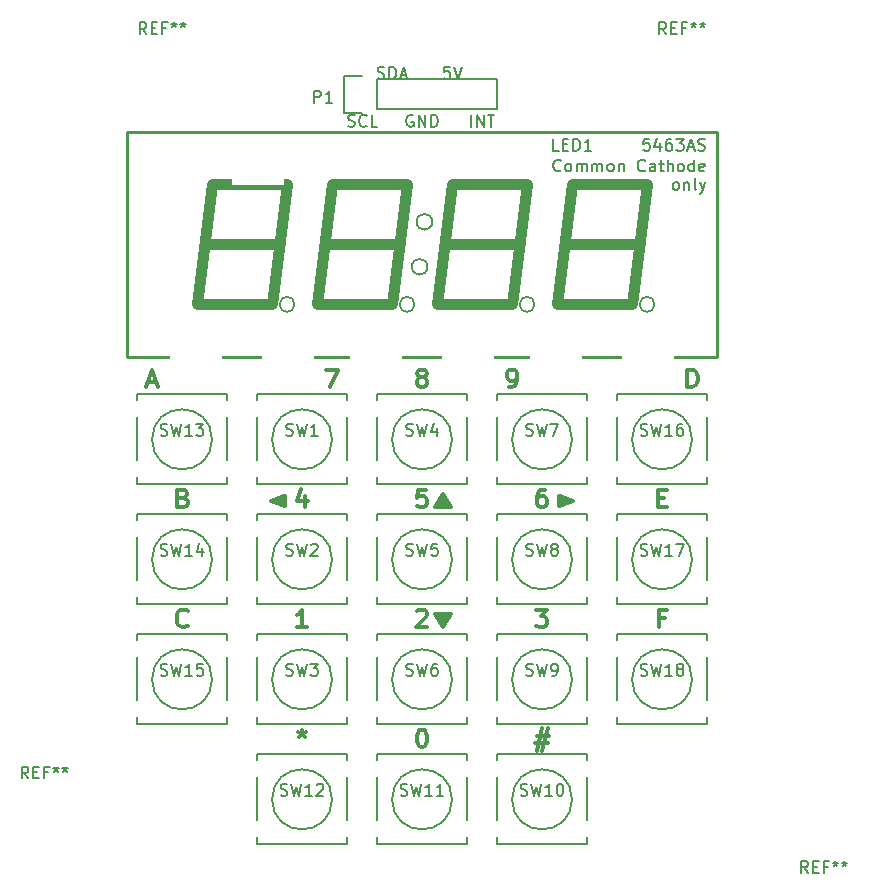
<source format=gto>
%TF.GenerationSoftware,KiCad,Pcbnew,(after 2015-mar-04 BZR unknown)-product*%
%TF.CreationDate,2015-05-12T22:31:50+02:00*%
%TF.JobID,7seg_htk16k33,377365675F68746B31366B33332E6B69,rev?*%
%TF.FileFunction,Legend,Top*%
%FSLAX46Y46*%
G04 Gerber Fmt 4.6, Leading zero omitted, Abs format (unit mm)*
G04 Created by KiCad (PCBNEW (after 2015-mar-04 BZR unknown)-product) date 12/05/2015 22:31:50*
%MOMM*%
G01*
G04 APERTURE LIST*
%ADD10C,0.020000*%
%ADD11C,0.160000*%
%ADD12C,0.200000*%
%ADD13C,0.300000*%
%ADD14C,0.150000*%
%ADD15C,0.203200*%
%ADD16C,0.889000*%
%ADD17C,0.254000*%
%ADD18C,4.000000*%
%ADD19C,1.397000*%
%ADD20R,4.498340X2.700020*%
%ADD21R,1.600000X1.600000*%
%ADD22C,1.600000*%
%ADD23R,1.727200X2.032000*%
%ADD24O,1.727200X2.032000*%
G04 APERTURE END LIST*
D10*
D11*
X36749047Y-8975143D02*
X36701428Y-9022762D01*
X36558571Y-9070381D01*
X36463333Y-9070381D01*
X36320475Y-9022762D01*
X36225237Y-8927524D01*
X36177618Y-8832286D01*
X36129999Y-8641810D01*
X36129999Y-8498952D01*
X36177618Y-8308476D01*
X36225237Y-8213238D01*
X36320475Y-8118000D01*
X36463333Y-8070381D01*
X36558571Y-8070381D01*
X36701428Y-8118000D01*
X36749047Y-8165619D01*
X37320475Y-9070381D02*
X37225237Y-9022762D01*
X37177618Y-8975143D01*
X37129999Y-8879905D01*
X37129999Y-8594190D01*
X37177618Y-8498952D01*
X37225237Y-8451333D01*
X37320475Y-8403714D01*
X37463333Y-8403714D01*
X37558571Y-8451333D01*
X37606190Y-8498952D01*
X37653809Y-8594190D01*
X37653809Y-8879905D01*
X37606190Y-8975143D01*
X37558571Y-9022762D01*
X37463333Y-9070381D01*
X37320475Y-9070381D01*
X38082380Y-9070381D02*
X38082380Y-8403714D01*
X38082380Y-8498952D02*
X38129999Y-8451333D01*
X38225237Y-8403714D01*
X38368095Y-8403714D01*
X38463333Y-8451333D01*
X38510952Y-8546571D01*
X38510952Y-9070381D01*
X38510952Y-8546571D02*
X38558571Y-8451333D01*
X38653809Y-8403714D01*
X38796666Y-8403714D01*
X38891904Y-8451333D01*
X38939523Y-8546571D01*
X38939523Y-9070381D01*
X39415713Y-9070381D02*
X39415713Y-8403714D01*
X39415713Y-8498952D02*
X39463332Y-8451333D01*
X39558570Y-8403714D01*
X39701428Y-8403714D01*
X39796666Y-8451333D01*
X39844285Y-8546571D01*
X39844285Y-9070381D01*
X39844285Y-8546571D02*
X39891904Y-8451333D01*
X39987142Y-8403714D01*
X40129999Y-8403714D01*
X40225237Y-8451333D01*
X40272856Y-8546571D01*
X40272856Y-9070381D01*
X40891903Y-9070381D02*
X40796665Y-9022762D01*
X40749046Y-8975143D01*
X40701427Y-8879905D01*
X40701427Y-8594190D01*
X40749046Y-8498952D01*
X40796665Y-8451333D01*
X40891903Y-8403714D01*
X41034761Y-8403714D01*
X41129999Y-8451333D01*
X41177618Y-8498952D01*
X41225237Y-8594190D01*
X41225237Y-8879905D01*
X41177618Y-8975143D01*
X41129999Y-9022762D01*
X41034761Y-9070381D01*
X40891903Y-9070381D01*
X41653808Y-8403714D02*
X41653808Y-9070381D01*
X41653808Y-8498952D02*
X41701427Y-8451333D01*
X41796665Y-8403714D01*
X41939523Y-8403714D01*
X42034761Y-8451333D01*
X42082380Y-8546571D01*
X42082380Y-9070381D01*
X43891904Y-8975143D02*
X43844285Y-9022762D01*
X43701428Y-9070381D01*
X43606190Y-9070381D01*
X43463332Y-9022762D01*
X43368094Y-8927524D01*
X43320475Y-8832286D01*
X43272856Y-8641810D01*
X43272856Y-8498952D01*
X43320475Y-8308476D01*
X43368094Y-8213238D01*
X43463332Y-8118000D01*
X43606190Y-8070381D01*
X43701428Y-8070381D01*
X43844285Y-8118000D01*
X43891904Y-8165619D01*
X44749047Y-9070381D02*
X44749047Y-8546571D01*
X44701428Y-8451333D01*
X44606190Y-8403714D01*
X44415713Y-8403714D01*
X44320475Y-8451333D01*
X44749047Y-9022762D02*
X44653809Y-9070381D01*
X44415713Y-9070381D01*
X44320475Y-9022762D01*
X44272856Y-8927524D01*
X44272856Y-8832286D01*
X44320475Y-8737048D01*
X44415713Y-8689429D01*
X44653809Y-8689429D01*
X44749047Y-8641810D01*
X45082380Y-8403714D02*
X45463332Y-8403714D01*
X45225237Y-8070381D02*
X45225237Y-8927524D01*
X45272856Y-9022762D01*
X45368094Y-9070381D01*
X45463332Y-9070381D01*
X45796666Y-9070381D02*
X45796666Y-8070381D01*
X46225238Y-9070381D02*
X46225238Y-8546571D01*
X46177619Y-8451333D01*
X46082381Y-8403714D01*
X45939523Y-8403714D01*
X45844285Y-8451333D01*
X45796666Y-8498952D01*
X46844285Y-9070381D02*
X46749047Y-9022762D01*
X46701428Y-8975143D01*
X46653809Y-8879905D01*
X46653809Y-8594190D01*
X46701428Y-8498952D01*
X46749047Y-8451333D01*
X46844285Y-8403714D01*
X46987143Y-8403714D01*
X47082381Y-8451333D01*
X47130000Y-8498952D01*
X47177619Y-8594190D01*
X47177619Y-8879905D01*
X47130000Y-8975143D01*
X47082381Y-9022762D01*
X46987143Y-9070381D01*
X46844285Y-9070381D01*
X48034762Y-9070381D02*
X48034762Y-8070381D01*
X48034762Y-9022762D02*
X47939524Y-9070381D01*
X47749047Y-9070381D01*
X47653809Y-9022762D01*
X47606190Y-8975143D01*
X47558571Y-8879905D01*
X47558571Y-8594190D01*
X47606190Y-8498952D01*
X47653809Y-8451333D01*
X47749047Y-8403714D01*
X47939524Y-8403714D01*
X48034762Y-8451333D01*
X48891905Y-9022762D02*
X48796667Y-9070381D01*
X48606190Y-9070381D01*
X48510952Y-9022762D01*
X48463333Y-8927524D01*
X48463333Y-8546571D01*
X48510952Y-8451333D01*
X48606190Y-8403714D01*
X48796667Y-8403714D01*
X48891905Y-8451333D01*
X48939524Y-8546571D01*
X48939524Y-8641810D01*
X48463333Y-8737048D01*
X46415713Y-10630381D02*
X46320475Y-10582762D01*
X46272856Y-10535143D01*
X46225237Y-10439905D01*
X46225237Y-10154190D01*
X46272856Y-10058952D01*
X46320475Y-10011333D01*
X46415713Y-9963714D01*
X46558571Y-9963714D01*
X46653809Y-10011333D01*
X46701428Y-10058952D01*
X46749047Y-10154190D01*
X46749047Y-10439905D01*
X46701428Y-10535143D01*
X46653809Y-10582762D01*
X46558571Y-10630381D01*
X46415713Y-10630381D01*
X47177618Y-9963714D02*
X47177618Y-10630381D01*
X47177618Y-10058952D02*
X47225237Y-10011333D01*
X47320475Y-9963714D01*
X47463333Y-9963714D01*
X47558571Y-10011333D01*
X47606190Y-10106571D01*
X47606190Y-10630381D01*
X48225237Y-10630381D02*
X48129999Y-10582762D01*
X48082380Y-10487524D01*
X48082380Y-9630381D01*
X48510952Y-9963714D02*
X48749047Y-10630381D01*
X48987143Y-9963714D02*
X48749047Y-10630381D01*
X48653809Y-10868476D01*
X48606190Y-10916095D01*
X48510952Y-10963714D01*
D12*
X44240762Y-6310381D02*
X43764571Y-6310381D01*
X43716952Y-6786571D01*
X43764571Y-6738952D01*
X43859809Y-6691333D01*
X44097905Y-6691333D01*
X44193143Y-6738952D01*
X44240762Y-6786571D01*
X44288381Y-6881810D01*
X44288381Y-7119905D01*
X44240762Y-7215143D01*
X44193143Y-7262762D01*
X44097905Y-7310381D01*
X43859809Y-7310381D01*
X43764571Y-7262762D01*
X43716952Y-7215143D01*
X45145524Y-6643714D02*
X45145524Y-7310381D01*
X44907428Y-6262762D02*
X44669333Y-6977048D01*
X45288381Y-6977048D01*
X46097905Y-6310381D02*
X45907428Y-6310381D01*
X45812190Y-6358000D01*
X45764571Y-6405619D01*
X45669333Y-6548476D01*
X45621714Y-6738952D01*
X45621714Y-7119905D01*
X45669333Y-7215143D01*
X45716952Y-7262762D01*
X45812190Y-7310381D01*
X46002667Y-7310381D01*
X46097905Y-7262762D01*
X46145524Y-7215143D01*
X46193143Y-7119905D01*
X46193143Y-6881810D01*
X46145524Y-6786571D01*
X46097905Y-6738952D01*
X46002667Y-6691333D01*
X45812190Y-6691333D01*
X45716952Y-6738952D01*
X45669333Y-6786571D01*
X45621714Y-6881810D01*
X46526476Y-6310381D02*
X47145524Y-6310381D01*
X46812190Y-6691333D01*
X46955048Y-6691333D01*
X47050286Y-6738952D01*
X47097905Y-6786571D01*
X47145524Y-6881810D01*
X47145524Y-7119905D01*
X47097905Y-7215143D01*
X47050286Y-7262762D01*
X46955048Y-7310381D01*
X46669333Y-7310381D01*
X46574095Y-7262762D01*
X46526476Y-7215143D01*
X47526476Y-7024667D02*
X48002667Y-7024667D01*
X47431238Y-7310381D02*
X47764571Y-6310381D01*
X48097905Y-7310381D01*
X48383619Y-7262762D02*
X48526476Y-7310381D01*
X48764572Y-7310381D01*
X48859810Y-7262762D01*
X48907429Y-7215143D01*
X48955048Y-7119905D01*
X48955048Y-7024667D01*
X48907429Y-6929429D01*
X48859810Y-6881810D01*
X48764572Y-6834190D01*
X48574095Y-6786571D01*
X48478857Y-6738952D01*
X48431238Y-6691333D01*
X48383619Y-6596095D01*
X48383619Y-6500857D01*
X48431238Y-6405619D01*
X48478857Y-6358000D01*
X48574095Y-6310381D01*
X48812191Y-6310381D01*
X48955048Y-6358000D01*
D13*
X26206572Y-37437143D02*
X26206572Y-37508571D01*
X26278000Y-37294286D02*
X26278000Y-37508571D01*
X26349429Y-37151429D02*
X26349429Y-37508571D01*
X26420858Y-37008571D02*
X26420858Y-37508571D01*
X26492286Y-36937143D02*
X26492286Y-37508571D01*
X26563715Y-36794286D02*
X26563715Y-37508571D01*
X26635143Y-36651429D02*
X26635143Y-37508571D01*
X26706572Y-36508571D02*
X26706572Y-37508571D01*
X26778000Y-36365714D02*
X26778000Y-37508571D01*
X26849429Y-36508571D02*
X26849429Y-37508571D01*
X26920858Y-36651429D02*
X26920858Y-37508571D01*
X26992286Y-36794286D02*
X26992286Y-37508571D01*
X27063715Y-36937143D02*
X27063715Y-37508571D01*
X27135143Y-37008571D02*
X27135143Y-37508571D01*
X27206572Y-37151429D02*
X27206572Y-37508571D01*
X27278000Y-37294286D02*
X27278000Y-37508571D01*
X27349429Y-37508571D02*
X26778000Y-36437143D01*
X26206572Y-37508571D01*
X27349429Y-37437143D02*
X27349429Y-37508571D01*
X26778000Y-36365714D02*
X27420858Y-37508571D01*
X26135143Y-37508571D01*
X26778000Y-36365714D01*
X27349429Y-46597143D02*
X27349429Y-46525714D01*
X27278000Y-46740000D02*
X27278000Y-46525714D01*
X27206572Y-46882857D02*
X27206572Y-46525714D01*
X27135143Y-47025714D02*
X27135143Y-46525714D01*
X27063715Y-47097143D02*
X27063715Y-46525714D01*
X26992286Y-47240000D02*
X26992286Y-46525714D01*
X26920858Y-47382857D02*
X26920858Y-46525714D01*
X26849429Y-47525714D02*
X26849429Y-46525714D01*
X26778000Y-47668571D02*
X26778000Y-46525714D01*
X26706572Y-47525714D02*
X26706572Y-46525714D01*
X26635143Y-47382857D02*
X26635143Y-46525714D01*
X26563715Y-47240000D02*
X26563715Y-46525714D01*
X26492286Y-47097143D02*
X26492286Y-46525714D01*
X26420858Y-47025714D02*
X26420858Y-46525714D01*
X26349429Y-46882857D02*
X26349429Y-46525714D01*
X26278000Y-46740000D02*
X26278000Y-46525714D01*
X26206572Y-46525714D02*
X26778000Y-47597143D01*
X27349429Y-46525714D01*
X26206572Y-46597143D02*
X26206572Y-46525714D01*
X26778000Y-47668571D02*
X26135143Y-46525714D01*
X27420858Y-46525714D01*
X26778000Y-47668571D01*
X36692000Y-36580000D02*
X36692000Y-37294286D01*
X36763429Y-36580000D02*
X36763429Y-37294286D01*
X36834858Y-36651429D02*
X36834858Y-37222857D01*
X36906286Y-36651429D02*
X36906286Y-37222857D01*
X36977715Y-36651429D02*
X36977715Y-37222857D01*
X37049143Y-36722857D02*
X37049143Y-37151429D01*
X37120572Y-36722857D02*
X37120572Y-37151429D01*
X37192000Y-36722857D02*
X37192000Y-37151429D01*
X37263429Y-36794286D02*
X37263429Y-37080000D01*
X37334858Y-36794286D02*
X37334858Y-37080000D01*
X37406286Y-36865714D02*
X37406286Y-37008571D01*
X37477715Y-36865714D02*
X37477715Y-37008571D01*
X37549143Y-36865714D02*
X37549143Y-37008571D01*
X37620572Y-36937143D02*
X37549143Y-36937143D01*
X36620572Y-36580000D02*
X37692000Y-36937143D01*
X36620572Y-37294286D01*
X37763429Y-36937143D02*
X36620572Y-37365714D01*
X36620572Y-36508571D01*
X37763429Y-36937143D01*
X13308000Y-37294286D02*
X13308000Y-36580000D01*
X13236572Y-37294286D02*
X13236572Y-36580000D01*
X13165143Y-37222857D02*
X13165143Y-36651429D01*
X13093715Y-37222857D02*
X13093715Y-36651429D01*
X13022286Y-37222857D02*
X13022286Y-36651429D01*
X12950858Y-37151429D02*
X12950858Y-36722857D01*
X12879429Y-37151429D02*
X12879429Y-36722857D01*
X12808000Y-37151429D02*
X12808000Y-36722857D01*
X12736572Y-37080000D02*
X12736572Y-36794286D01*
X12665143Y-37080000D02*
X12665143Y-36794286D01*
X12593715Y-37008571D02*
X12593715Y-36865714D01*
X12522286Y-37008571D02*
X12522286Y-36865714D01*
X12450858Y-37008571D02*
X12450858Y-36865714D01*
X12379429Y-36937143D02*
X12450858Y-36937143D01*
X13379429Y-37294286D02*
X12308000Y-36937143D01*
X13379429Y-36580000D01*
X12236572Y-36937143D02*
X13379429Y-36508571D01*
X13379429Y-37365714D01*
X12236572Y-36937143D01*
D12*
X18729524Y-5230762D02*
X18872381Y-5278381D01*
X19110477Y-5278381D01*
X19205715Y-5230762D01*
X19253334Y-5183143D01*
X19300953Y-5087905D01*
X19300953Y-4992667D01*
X19253334Y-4897429D01*
X19205715Y-4849810D01*
X19110477Y-4802190D01*
X18920000Y-4754571D01*
X18824762Y-4706952D01*
X18777143Y-4659333D01*
X18729524Y-4564095D01*
X18729524Y-4468857D01*
X18777143Y-4373619D01*
X18824762Y-4326000D01*
X18920000Y-4278381D01*
X19158096Y-4278381D01*
X19300953Y-4326000D01*
X20300953Y-5183143D02*
X20253334Y-5230762D01*
X20110477Y-5278381D01*
X20015239Y-5278381D01*
X19872381Y-5230762D01*
X19777143Y-5135524D01*
X19729524Y-5040286D01*
X19681905Y-4849810D01*
X19681905Y-4706952D01*
X19729524Y-4516476D01*
X19777143Y-4421238D01*
X19872381Y-4326000D01*
X20015239Y-4278381D01*
X20110477Y-4278381D01*
X20253334Y-4326000D01*
X20300953Y-4373619D01*
X21205715Y-5278381D02*
X20729524Y-5278381D01*
X20729524Y-4278381D01*
X21245714Y-1166762D02*
X21388571Y-1214381D01*
X21626667Y-1214381D01*
X21721905Y-1166762D01*
X21769524Y-1119143D01*
X21817143Y-1023905D01*
X21817143Y-928667D01*
X21769524Y-833429D01*
X21721905Y-785810D01*
X21626667Y-738190D01*
X21436190Y-690571D01*
X21340952Y-642952D01*
X21293333Y-595333D01*
X21245714Y-500095D01*
X21245714Y-404857D01*
X21293333Y-309619D01*
X21340952Y-262000D01*
X21436190Y-214381D01*
X21674286Y-214381D01*
X21817143Y-262000D01*
X22245714Y-1214381D02*
X22245714Y-214381D01*
X22483809Y-214381D01*
X22626667Y-262000D01*
X22721905Y-357238D01*
X22769524Y-452476D01*
X22817143Y-642952D01*
X22817143Y-785810D01*
X22769524Y-976286D01*
X22721905Y-1071524D01*
X22626667Y-1166762D01*
X22483809Y-1214381D01*
X22245714Y-1214381D01*
X23198095Y-928667D02*
X23674286Y-928667D01*
X23102857Y-1214381D02*
X23436190Y-214381D01*
X23769524Y-1214381D01*
X27349524Y-214381D02*
X26873333Y-214381D01*
X26825714Y-690571D01*
X26873333Y-642952D01*
X26968571Y-595333D01*
X27206667Y-595333D01*
X27301905Y-642952D01*
X27349524Y-690571D01*
X27397143Y-785810D01*
X27397143Y-1023905D01*
X27349524Y-1119143D01*
X27301905Y-1166762D01*
X27206667Y-1214381D01*
X26968571Y-1214381D01*
X26873333Y-1166762D01*
X26825714Y-1119143D01*
X27682857Y-214381D02*
X28016190Y-1214381D01*
X28349524Y-214381D01*
X24238096Y-4326000D02*
X24142858Y-4278381D01*
X24000001Y-4278381D01*
X23857143Y-4326000D01*
X23761905Y-4421238D01*
X23714286Y-4516476D01*
X23666667Y-4706952D01*
X23666667Y-4849810D01*
X23714286Y-5040286D01*
X23761905Y-5135524D01*
X23857143Y-5230762D01*
X24000001Y-5278381D01*
X24095239Y-5278381D01*
X24238096Y-5230762D01*
X24285715Y-5183143D01*
X24285715Y-4849810D01*
X24095239Y-4849810D01*
X24714286Y-5278381D02*
X24714286Y-4278381D01*
X25285715Y-5278381D01*
X25285715Y-4278381D01*
X25761905Y-5278381D02*
X25761905Y-4278381D01*
X26000000Y-4278381D01*
X26142858Y-4326000D01*
X26238096Y-4421238D01*
X26285715Y-4516476D01*
X26333334Y-4706952D01*
X26333334Y-4849810D01*
X26285715Y-5040286D01*
X26238096Y-5135524D01*
X26142858Y-5230762D01*
X26000000Y-5278381D01*
X25761905Y-5278381D01*
X29175238Y-5278381D02*
X29175238Y-4278381D01*
X29651428Y-5278381D02*
X29651428Y-4278381D01*
X30222857Y-5278381D01*
X30222857Y-4278381D01*
X30556190Y-4278381D02*
X31127619Y-4278381D01*
X30841904Y-5278381D02*
X30841904Y-4278381D01*
D13*
X34695714Y-56828571D02*
X35767143Y-56828571D01*
X35124286Y-56185714D02*
X34695714Y-58114286D01*
X35624286Y-57471429D02*
X34552857Y-57471429D01*
X35195714Y-58114286D02*
X35624286Y-56185714D01*
X24928572Y-56328571D02*
X25071429Y-56328571D01*
X25214286Y-56400000D01*
X25285715Y-56471429D01*
X25357144Y-56614286D01*
X25428572Y-56900000D01*
X25428572Y-57257143D01*
X25357144Y-57542857D01*
X25285715Y-57685714D01*
X25214286Y-57757143D01*
X25071429Y-57828571D01*
X24928572Y-57828571D01*
X24785715Y-57757143D01*
X24714286Y-57685714D01*
X24642858Y-57542857D01*
X24571429Y-57257143D01*
X24571429Y-56900000D01*
X24642858Y-56614286D01*
X24714286Y-56471429D01*
X24785715Y-56400000D01*
X24928572Y-56328571D01*
X14840001Y-56328571D02*
X14840001Y-56685714D01*
X14482858Y-56542857D02*
X14840001Y-56685714D01*
X15197143Y-56542857D01*
X14625715Y-56971429D02*
X14840001Y-56685714D01*
X15054286Y-56971429D01*
X32334286Y-27348571D02*
X32620001Y-27348571D01*
X32762858Y-27277143D01*
X32834286Y-27205714D01*
X32977144Y-26991429D01*
X33048572Y-26705714D01*
X33048572Y-26134286D01*
X32977144Y-25991429D01*
X32905715Y-25920000D01*
X32762858Y-25848571D01*
X32477144Y-25848571D01*
X32334286Y-25920000D01*
X32262858Y-25991429D01*
X32191429Y-26134286D01*
X32191429Y-26491429D01*
X32262858Y-26634286D01*
X32334286Y-26705714D01*
X32477144Y-26777143D01*
X32762858Y-26777143D01*
X32905715Y-26705714D01*
X32977144Y-26634286D01*
X33048572Y-26491429D01*
X24857144Y-26491429D02*
X24714286Y-26420000D01*
X24642858Y-26348571D01*
X24571429Y-26205714D01*
X24571429Y-26134286D01*
X24642858Y-25991429D01*
X24714286Y-25920000D01*
X24857144Y-25848571D01*
X25142858Y-25848571D01*
X25285715Y-25920000D01*
X25357144Y-25991429D01*
X25428572Y-26134286D01*
X25428572Y-26205714D01*
X25357144Y-26348571D01*
X25285715Y-26420000D01*
X25142858Y-26491429D01*
X24857144Y-26491429D01*
X24714286Y-26562857D01*
X24642858Y-26634286D01*
X24571429Y-26777143D01*
X24571429Y-27062857D01*
X24642858Y-27205714D01*
X24714286Y-27277143D01*
X24857144Y-27348571D01*
X25142858Y-27348571D01*
X25285715Y-27277143D01*
X25357144Y-27205714D01*
X25428572Y-27062857D01*
X25428572Y-26777143D01*
X25357144Y-26634286D01*
X25285715Y-26562857D01*
X25142858Y-26491429D01*
X34660001Y-46168571D02*
X35588572Y-46168571D01*
X35088572Y-46740000D01*
X35302858Y-46740000D01*
X35445715Y-46811429D01*
X35517144Y-46882857D01*
X35588572Y-47025714D01*
X35588572Y-47382857D01*
X35517144Y-47525714D01*
X35445715Y-47597143D01*
X35302858Y-47668571D01*
X34874286Y-47668571D01*
X34731429Y-47597143D01*
X34660001Y-47525714D01*
X24571429Y-46311429D02*
X24642858Y-46240000D01*
X24785715Y-46168571D01*
X25142858Y-46168571D01*
X25285715Y-46240000D01*
X25357144Y-46311429D01*
X25428572Y-46454286D01*
X25428572Y-46597143D01*
X25357144Y-46811429D01*
X24500001Y-47668571D01*
X25428572Y-47668571D01*
X35445715Y-36008571D02*
X35160001Y-36008571D01*
X35017144Y-36080000D01*
X34945715Y-36151429D01*
X34802858Y-36365714D01*
X34731429Y-36651429D01*
X34731429Y-37222857D01*
X34802858Y-37365714D01*
X34874286Y-37437143D01*
X35017144Y-37508571D01*
X35302858Y-37508571D01*
X35445715Y-37437143D01*
X35517144Y-37365714D01*
X35588572Y-37222857D01*
X35588572Y-36865714D01*
X35517144Y-36722857D01*
X35445715Y-36651429D01*
X35302858Y-36580000D01*
X35017144Y-36580000D01*
X34874286Y-36651429D01*
X34802858Y-36722857D01*
X34731429Y-36865714D01*
X25357144Y-36008571D02*
X24642858Y-36008571D01*
X24571429Y-36722857D01*
X24642858Y-36651429D01*
X24785715Y-36580000D01*
X25142858Y-36580000D01*
X25285715Y-36651429D01*
X25357144Y-36722857D01*
X25428572Y-36865714D01*
X25428572Y-37222857D01*
X25357144Y-37365714D01*
X25285715Y-37437143D01*
X25142858Y-37508571D01*
X24785715Y-37508571D01*
X24642858Y-37437143D01*
X24571429Y-37365714D01*
X15125715Y-36508571D02*
X15125715Y-37508571D01*
X14768572Y-35937143D02*
X14411429Y-37008571D01*
X15340001Y-37008571D01*
X15268572Y-47668571D02*
X14411429Y-47668571D01*
X14840001Y-47668571D02*
X14840001Y-46168571D01*
X14697144Y-46382857D01*
X14554286Y-46525714D01*
X14411429Y-46597143D01*
X16880001Y-25848571D02*
X17880001Y-25848571D01*
X17237144Y-27348571D01*
X45534286Y-46882857D02*
X45034286Y-46882857D01*
X45034286Y-47668571D02*
X45034286Y-46168571D01*
X45748572Y-46168571D01*
X44998572Y-36722857D02*
X45498572Y-36722857D01*
X45712858Y-37508571D02*
X44998572Y-37508571D01*
X44998572Y-36008571D01*
X45712858Y-36008571D01*
X47467143Y-27348571D02*
X47467143Y-25848571D01*
X47824286Y-25848571D01*
X48038571Y-25920000D01*
X48181429Y-26062857D01*
X48252857Y-26205714D01*
X48324286Y-26491429D01*
X48324286Y-26705714D01*
X48252857Y-26991429D01*
X48181429Y-27134286D01*
X48038571Y-27277143D01*
X47824286Y-27348571D01*
X47467143Y-27348571D01*
X5144286Y-47525714D02*
X5072857Y-47597143D01*
X4858571Y-47668571D01*
X4715714Y-47668571D01*
X4501429Y-47597143D01*
X4358571Y-47454286D01*
X4287143Y-47311429D01*
X4215714Y-47025714D01*
X4215714Y-46811429D01*
X4287143Y-46525714D01*
X4358571Y-46382857D01*
X4501429Y-46240000D01*
X4715714Y-46168571D01*
X4858571Y-46168571D01*
X5072857Y-46240000D01*
X5144286Y-46311429D01*
X4787143Y-36722857D02*
X5001429Y-36794286D01*
X5072857Y-36865714D01*
X5144286Y-37008571D01*
X5144286Y-37222857D01*
X5072857Y-37365714D01*
X5001429Y-37437143D01*
X4858571Y-37508571D01*
X4287143Y-37508571D01*
X4287143Y-36008571D01*
X4787143Y-36008571D01*
X4930000Y-36080000D01*
X5001429Y-36151429D01*
X5072857Y-36294286D01*
X5072857Y-36437143D01*
X5001429Y-36580000D01*
X4930000Y-36651429D01*
X4787143Y-36722857D01*
X4287143Y-36722857D01*
X1782857Y-26920000D02*
X2497143Y-26920000D01*
X1640000Y-27348571D02*
X2140000Y-25848571D01*
X2640000Y-27348571D01*
D14*
X47860000Y-31750000D02*
G75*
G03X47860000Y-31750000I-2540000J0D01*
G01*
X41510000Y-27940000D02*
X49130000Y-27940000D01*
X49130000Y-27940000D02*
X49130000Y-35560000D01*
X49130000Y-35560000D02*
X41510000Y-35560000D01*
X41510000Y-27940000D02*
X41510000Y-35560000D01*
D15*
X25865751Y-13335000D02*
G75*
G03X25865751Y-13335000I-665751J0D01*
G01*
X25465751Y-17145000D02*
G75*
G03X25465751Y-17145000I-665751J0D01*
G01*
X14205000Y-20320000D02*
G75*
G03X14205000Y-20320000I-635000J0D01*
G01*
X24365000Y-20320000D02*
G75*
G03X24365000Y-20320000I-635000J0D01*
G01*
X34525000Y-20320000D02*
G75*
G03X34525000Y-20320000I-635000J0D01*
G01*
X44685000Y-20320000D02*
G75*
G03X44685000Y-20320000I-635000J0D01*
G01*
D16*
X37700000Y-10160000D02*
X36430000Y-20320000D01*
X36430000Y-20320000D02*
X42780000Y-20320000D01*
X42780000Y-20320000D02*
X44050000Y-10160000D01*
X44050000Y-10160000D02*
X37700000Y-10160000D01*
X26270000Y-20320000D02*
X27540000Y-10160000D01*
X27540000Y-10160000D02*
X33890000Y-10160000D01*
X33890000Y-10160000D02*
X32620000Y-20320000D01*
X32620000Y-20320000D02*
X26270000Y-20320000D01*
X17380000Y-10160000D02*
X16110000Y-20320000D01*
X16110000Y-20320000D02*
X22460000Y-20320000D01*
X22460000Y-20320000D02*
X23730000Y-10160000D01*
X23730000Y-10160000D02*
X17380000Y-10160000D01*
X5950000Y-20320000D02*
X12300000Y-20320000D01*
X12300000Y-20320000D02*
X13570000Y-10160000D01*
X13570000Y-10160000D02*
X7220000Y-10160000D01*
X7220000Y-10160000D02*
X5950000Y-20320000D01*
X12935000Y-15240000D02*
X6585000Y-15240000D01*
X23095000Y-15240000D02*
X16745000Y-15240000D01*
X37065000Y-15240000D02*
X43415000Y-15240000D01*
X33255000Y-15240000D02*
X26905000Y-15240000D01*
D17*
X50000000Y-5740000D02*
X50000000Y-24740000D01*
X50000000Y-24740000D02*
X0Y-24740000D01*
X0Y-24740000D02*
X0Y-5740000D01*
X0Y-5740000D02*
X50000000Y-5740000D01*
D14*
X19920000Y-4090000D02*
X18370000Y-4090000D01*
X18370000Y-4090000D02*
X18370000Y-990000D01*
X18370000Y-990000D02*
X19920000Y-990000D01*
X21190000Y-1270000D02*
X31350000Y-1270000D01*
X31350000Y-1270000D02*
X31350000Y-3810000D01*
X31350000Y-3810000D02*
X21190000Y-3810000D01*
X21190000Y-1270000D02*
X21190000Y-3810000D01*
X17380000Y-31750000D02*
G75*
G03X17380000Y-31750000I-2540000J0D01*
G01*
X11030000Y-27940000D02*
X18650000Y-27940000D01*
X18650000Y-27940000D02*
X18650000Y-35560000D01*
X18650000Y-35560000D02*
X11030000Y-35560000D01*
X11030000Y-27940000D02*
X11030000Y-35560000D01*
X17380000Y-41910000D02*
G75*
G03X17380000Y-41910000I-2540000J0D01*
G01*
X11030000Y-38100000D02*
X18650000Y-38100000D01*
X18650000Y-38100000D02*
X18650000Y-45720000D01*
X18650000Y-45720000D02*
X11030000Y-45720000D01*
X11030000Y-38100000D02*
X11030000Y-45720000D01*
X17380000Y-52070000D02*
G75*
G03X17380000Y-52070000I-2540000J0D01*
G01*
X11030000Y-48260000D02*
X18650000Y-48260000D01*
X18650000Y-48260000D02*
X18650000Y-55880000D01*
X18650000Y-55880000D02*
X11030000Y-55880000D01*
X11030000Y-48260000D02*
X11030000Y-55880000D01*
X27540000Y-31750000D02*
G75*
G03X27540000Y-31750000I-2540000J0D01*
G01*
X21190000Y-27940000D02*
X28810000Y-27940000D01*
X28810000Y-27940000D02*
X28810000Y-35560000D01*
X28810000Y-35560000D02*
X21190000Y-35560000D01*
X21190000Y-27940000D02*
X21190000Y-35560000D01*
X27540000Y-41910000D02*
G75*
G03X27540000Y-41910000I-2540000J0D01*
G01*
X21190000Y-38100000D02*
X28810000Y-38100000D01*
X28810000Y-38100000D02*
X28810000Y-45720000D01*
X28810000Y-45720000D02*
X21190000Y-45720000D01*
X21190000Y-38100000D02*
X21190000Y-45720000D01*
X27540000Y-52070000D02*
G75*
G03X27540000Y-52070000I-2540000J0D01*
G01*
X21190000Y-48260000D02*
X28810000Y-48260000D01*
X28810000Y-48260000D02*
X28810000Y-55880000D01*
X28810000Y-55880000D02*
X21190000Y-55880000D01*
X21190000Y-48260000D02*
X21190000Y-55880000D01*
X37700000Y-31750000D02*
G75*
G03X37700000Y-31750000I-2540000J0D01*
G01*
X31350000Y-27940000D02*
X38970000Y-27940000D01*
X38970000Y-27940000D02*
X38970000Y-35560000D01*
X38970000Y-35560000D02*
X31350000Y-35560000D01*
X31350000Y-27940000D02*
X31350000Y-35560000D01*
X37700000Y-41910000D02*
G75*
G03X37700000Y-41910000I-2540000J0D01*
G01*
X31350000Y-38100000D02*
X38970000Y-38100000D01*
X38970000Y-38100000D02*
X38970000Y-45720000D01*
X38970000Y-45720000D02*
X31350000Y-45720000D01*
X31350000Y-38100000D02*
X31350000Y-45720000D01*
X37700000Y-52070000D02*
G75*
G03X37700000Y-52070000I-2540000J0D01*
G01*
X31350000Y-48260000D02*
X38970000Y-48260000D01*
X38970000Y-48260000D02*
X38970000Y-55880000D01*
X38970000Y-55880000D02*
X31350000Y-55880000D01*
X31350000Y-48260000D02*
X31350000Y-55880000D01*
X37700000Y-62230000D02*
G75*
G03X37700000Y-62230000I-2540000J0D01*
G01*
X31350000Y-58420000D02*
X38970000Y-58420000D01*
X38970000Y-58420000D02*
X38970000Y-66040000D01*
X38970000Y-66040000D02*
X31350000Y-66040000D01*
X31350000Y-58420000D02*
X31350000Y-66040000D01*
X27540000Y-62230000D02*
G75*
G03X27540000Y-62230000I-2540000J0D01*
G01*
X21190000Y-58420000D02*
X28810000Y-58420000D01*
X28810000Y-58420000D02*
X28810000Y-66040000D01*
X28810000Y-66040000D02*
X21190000Y-66040000D01*
X21190000Y-58420000D02*
X21190000Y-66040000D01*
X17380000Y-62230000D02*
G75*
G03X17380000Y-62230000I-2540000J0D01*
G01*
X11030000Y-58420000D02*
X18650000Y-58420000D01*
X18650000Y-58420000D02*
X18650000Y-66040000D01*
X18650000Y-66040000D02*
X11030000Y-66040000D01*
X11030000Y-58420000D02*
X11030000Y-66040000D01*
X7220000Y-31750000D02*
G75*
G03X7220000Y-31750000I-2540000J0D01*
G01*
X870000Y-27940000D02*
X8490000Y-27940000D01*
X8490000Y-27940000D02*
X8490000Y-35560000D01*
X8490000Y-35560000D02*
X870000Y-35560000D01*
X870000Y-27940000D02*
X870000Y-35560000D01*
X7220000Y-41910000D02*
G75*
G03X7220000Y-41910000I-2540000J0D01*
G01*
X870000Y-38100000D02*
X8490000Y-38100000D01*
X8490000Y-38100000D02*
X8490000Y-45720000D01*
X8490000Y-45720000D02*
X870000Y-45720000D01*
X870000Y-38100000D02*
X870000Y-45720000D01*
X7220000Y-52070000D02*
G75*
G03X7220000Y-52070000I-2540000J0D01*
G01*
X870000Y-48260000D02*
X8490000Y-48260000D01*
X8490000Y-48260000D02*
X8490000Y-55880000D01*
X8490000Y-55880000D02*
X870000Y-55880000D01*
X870000Y-48260000D02*
X870000Y-55880000D01*
X47860000Y-41910000D02*
G75*
G03X47860000Y-41910000I-2540000J0D01*
G01*
X41510000Y-38100000D02*
X49130000Y-38100000D01*
X49130000Y-38100000D02*
X49130000Y-45720000D01*
X49130000Y-45720000D02*
X41510000Y-45720000D01*
X41510000Y-38100000D02*
X41510000Y-45720000D01*
X47860000Y-52070000D02*
G75*
G03X47860000Y-52070000I-2540000J0D01*
G01*
X41510000Y-48260000D02*
X49130000Y-48260000D01*
X49130000Y-48260000D02*
X49130000Y-55880000D01*
X49130000Y-55880000D02*
X41510000Y-55880000D01*
X41510000Y-48260000D02*
X41510000Y-55880000D01*
X57666667Y-68452381D02*
X57333333Y-67976190D01*
X57095238Y-68452381D02*
X57095238Y-67452381D01*
X57476191Y-67452381D01*
X57571429Y-67500000D01*
X57619048Y-67547619D01*
X57666667Y-67642857D01*
X57666667Y-67785714D01*
X57619048Y-67880952D01*
X57571429Y-67928571D01*
X57476191Y-67976190D01*
X57095238Y-67976190D01*
X58095238Y-67928571D02*
X58428572Y-67928571D01*
X58571429Y-68452381D02*
X58095238Y-68452381D01*
X58095238Y-67452381D01*
X58571429Y-67452381D01*
X59333334Y-67928571D02*
X59000000Y-67928571D01*
X59000000Y-68452381D02*
X59000000Y-67452381D01*
X59476191Y-67452381D01*
X60000000Y-67452381D02*
X60000000Y-67690476D01*
X59761905Y-67595238D02*
X60000000Y-67690476D01*
X60238096Y-67595238D01*
X59857143Y-67880952D02*
X60000000Y-67690476D01*
X60142858Y-67880952D01*
X60761905Y-67452381D02*
X60761905Y-67690476D01*
X60523810Y-67595238D02*
X60761905Y-67690476D01*
X61000001Y-67595238D01*
X60619048Y-67880952D02*
X60761905Y-67690476D01*
X60904763Y-67880952D01*
X-8333333Y-60452381D02*
X-8666667Y-59976190D01*
X-8904762Y-60452381D02*
X-8904762Y-59452381D01*
X-8523809Y-59452381D01*
X-8428571Y-59500000D01*
X-8380952Y-59547619D01*
X-8333333Y-59642857D01*
X-8333333Y-59785714D01*
X-8380952Y-59880952D01*
X-8428571Y-59928571D01*
X-8523809Y-59976190D01*
X-8904762Y-59976190D01*
X-7904762Y-59928571D02*
X-7571428Y-59928571D01*
X-7428571Y-60452381D02*
X-7904762Y-60452381D01*
X-7904762Y-59452381D01*
X-7428571Y-59452381D01*
X-6666666Y-59928571D02*
X-7000000Y-59928571D01*
X-7000000Y-60452381D02*
X-7000000Y-59452381D01*
X-6523809Y-59452381D01*
X-6000000Y-59452381D02*
X-6000000Y-59690476D01*
X-6238095Y-59595238D02*
X-6000000Y-59690476D01*
X-5761904Y-59595238D01*
X-6142857Y-59880952D02*
X-6000000Y-59690476D01*
X-5857142Y-59880952D01*
X-5238095Y-59452381D02*
X-5238095Y-59690476D01*
X-5476190Y-59595238D02*
X-5238095Y-59690476D01*
X-4999999Y-59595238D01*
X-5380952Y-59880952D02*
X-5238095Y-59690476D01*
X-5095237Y-59880952D01*
X1666667Y2547619D02*
X1333333Y3023810D01*
X1095238Y2547619D02*
X1095238Y3547619D01*
X1476191Y3547619D01*
X1571429Y3500000D01*
X1619048Y3452381D01*
X1666667Y3357143D01*
X1666667Y3214286D01*
X1619048Y3119048D01*
X1571429Y3071429D01*
X1476191Y3023810D01*
X1095238Y3023810D01*
X2095238Y3071429D02*
X2428572Y3071429D01*
X2571429Y2547619D02*
X2095238Y2547619D01*
X2095238Y3547619D01*
X2571429Y3547619D01*
X3333334Y3071429D02*
X3000000Y3071429D01*
X3000000Y2547619D02*
X3000000Y3547619D01*
X3476191Y3547619D01*
X4000000Y3547619D02*
X4000000Y3309524D01*
X3761905Y3404762D02*
X4000000Y3309524D01*
X4238096Y3404762D01*
X3857143Y3119048D02*
X4000000Y3309524D01*
X4142858Y3119048D01*
X4761905Y3547619D02*
X4761905Y3309524D01*
X4523810Y3404762D02*
X4761905Y3309524D01*
X5000001Y3404762D01*
X4619048Y3119048D02*
X4761905Y3309524D01*
X4904763Y3119048D01*
X43510476Y-31392762D02*
X43653333Y-31440381D01*
X43891429Y-31440381D01*
X43986667Y-31392762D01*
X44034286Y-31345143D01*
X44081905Y-31249905D01*
X44081905Y-31154667D01*
X44034286Y-31059429D01*
X43986667Y-31011810D01*
X43891429Y-30964190D01*
X43700952Y-30916571D01*
X43605714Y-30868952D01*
X43558095Y-30821333D01*
X43510476Y-30726095D01*
X43510476Y-30630857D01*
X43558095Y-30535619D01*
X43605714Y-30488000D01*
X43700952Y-30440381D01*
X43939048Y-30440381D01*
X44081905Y-30488000D01*
X44415238Y-30440381D02*
X44653333Y-31440381D01*
X44843810Y-30726095D01*
X45034286Y-31440381D01*
X45272381Y-30440381D01*
X46177143Y-31440381D02*
X45605714Y-31440381D01*
X45891428Y-31440381D02*
X45891428Y-30440381D01*
X45796190Y-30583238D01*
X45700952Y-30678476D01*
X45605714Y-30726095D01*
X47034286Y-30440381D02*
X46843809Y-30440381D01*
X46748571Y-30488000D01*
X46700952Y-30535619D01*
X46605714Y-30678476D01*
X46558095Y-30868952D01*
X46558095Y-31249905D01*
X46605714Y-31345143D01*
X46653333Y-31392762D01*
X46748571Y-31440381D01*
X46939048Y-31440381D01*
X47034286Y-31392762D01*
X47081905Y-31345143D01*
X47129524Y-31249905D01*
X47129524Y-31011810D01*
X47081905Y-30916571D01*
X47034286Y-30868952D01*
X46939048Y-30821333D01*
X46748571Y-30821333D01*
X46653333Y-30868952D01*
X46605714Y-30916571D01*
X46558095Y-31011810D01*
D11*
X36580953Y-7310381D02*
X36104762Y-7310381D01*
X36104762Y-6310381D01*
X36914286Y-6786571D02*
X37247620Y-6786571D01*
X37390477Y-7310381D02*
X36914286Y-7310381D01*
X36914286Y-6310381D01*
X37390477Y-6310381D01*
X37819048Y-7310381D02*
X37819048Y-6310381D01*
X38057143Y-6310381D01*
X38200001Y-6358000D01*
X38295239Y-6453238D01*
X38342858Y-6548476D01*
X38390477Y-6738952D01*
X38390477Y-6881810D01*
X38342858Y-7072286D01*
X38295239Y-7167524D01*
X38200001Y-7262762D01*
X38057143Y-7310381D01*
X37819048Y-7310381D01*
X39342858Y-7310381D02*
X38771429Y-7310381D01*
X39057143Y-7310381D02*
X39057143Y-6310381D01*
X38961905Y-6453238D01*
X38866667Y-6548476D01*
X38771429Y-6596095D01*
D14*
X15879905Y-3246381D02*
X15879905Y-2246381D01*
X16260858Y-2246381D01*
X16356096Y-2294000D01*
X16403715Y-2341619D01*
X16451334Y-2436857D01*
X16451334Y-2579714D01*
X16403715Y-2674952D01*
X16356096Y-2722571D01*
X16260858Y-2770190D01*
X15879905Y-2770190D01*
X17403715Y-3246381D02*
X16832286Y-3246381D01*
X17118000Y-3246381D02*
X17118000Y-2246381D01*
X17022762Y-2389238D01*
X16927524Y-2484476D01*
X16832286Y-2532095D01*
X13506667Y-31392762D02*
X13649524Y-31440381D01*
X13887620Y-31440381D01*
X13982858Y-31392762D01*
X14030477Y-31345143D01*
X14078096Y-31249905D01*
X14078096Y-31154667D01*
X14030477Y-31059429D01*
X13982858Y-31011810D01*
X13887620Y-30964190D01*
X13697143Y-30916571D01*
X13601905Y-30868952D01*
X13554286Y-30821333D01*
X13506667Y-30726095D01*
X13506667Y-30630857D01*
X13554286Y-30535619D01*
X13601905Y-30488000D01*
X13697143Y-30440381D01*
X13935239Y-30440381D01*
X14078096Y-30488000D01*
X14411429Y-30440381D02*
X14649524Y-31440381D01*
X14840001Y-30726095D01*
X15030477Y-31440381D01*
X15268572Y-30440381D01*
X16173334Y-31440381D02*
X15601905Y-31440381D01*
X15887619Y-31440381D02*
X15887619Y-30440381D01*
X15792381Y-30583238D01*
X15697143Y-30678476D01*
X15601905Y-30726095D01*
X13506667Y-41552762D02*
X13649524Y-41600381D01*
X13887620Y-41600381D01*
X13982858Y-41552762D01*
X14030477Y-41505143D01*
X14078096Y-41409905D01*
X14078096Y-41314667D01*
X14030477Y-41219429D01*
X13982858Y-41171810D01*
X13887620Y-41124190D01*
X13697143Y-41076571D01*
X13601905Y-41028952D01*
X13554286Y-40981333D01*
X13506667Y-40886095D01*
X13506667Y-40790857D01*
X13554286Y-40695619D01*
X13601905Y-40648000D01*
X13697143Y-40600381D01*
X13935239Y-40600381D01*
X14078096Y-40648000D01*
X14411429Y-40600381D02*
X14649524Y-41600381D01*
X14840001Y-40886095D01*
X15030477Y-41600381D01*
X15268572Y-40600381D01*
X15601905Y-40695619D02*
X15649524Y-40648000D01*
X15744762Y-40600381D01*
X15982858Y-40600381D01*
X16078096Y-40648000D01*
X16125715Y-40695619D01*
X16173334Y-40790857D01*
X16173334Y-40886095D01*
X16125715Y-41028952D01*
X15554286Y-41600381D01*
X16173334Y-41600381D01*
X13506667Y-51712762D02*
X13649524Y-51760381D01*
X13887620Y-51760381D01*
X13982858Y-51712762D01*
X14030477Y-51665143D01*
X14078096Y-51569905D01*
X14078096Y-51474667D01*
X14030477Y-51379429D01*
X13982858Y-51331810D01*
X13887620Y-51284190D01*
X13697143Y-51236571D01*
X13601905Y-51188952D01*
X13554286Y-51141333D01*
X13506667Y-51046095D01*
X13506667Y-50950857D01*
X13554286Y-50855619D01*
X13601905Y-50808000D01*
X13697143Y-50760381D01*
X13935239Y-50760381D01*
X14078096Y-50808000D01*
X14411429Y-50760381D02*
X14649524Y-51760381D01*
X14840001Y-51046095D01*
X15030477Y-51760381D01*
X15268572Y-50760381D01*
X15554286Y-50760381D02*
X16173334Y-50760381D01*
X15840000Y-51141333D01*
X15982858Y-51141333D01*
X16078096Y-51188952D01*
X16125715Y-51236571D01*
X16173334Y-51331810D01*
X16173334Y-51569905D01*
X16125715Y-51665143D01*
X16078096Y-51712762D01*
X15982858Y-51760381D01*
X15697143Y-51760381D01*
X15601905Y-51712762D01*
X15554286Y-51665143D01*
X23666667Y-31392762D02*
X23809524Y-31440381D01*
X24047620Y-31440381D01*
X24142858Y-31392762D01*
X24190477Y-31345143D01*
X24238096Y-31249905D01*
X24238096Y-31154667D01*
X24190477Y-31059429D01*
X24142858Y-31011810D01*
X24047620Y-30964190D01*
X23857143Y-30916571D01*
X23761905Y-30868952D01*
X23714286Y-30821333D01*
X23666667Y-30726095D01*
X23666667Y-30630857D01*
X23714286Y-30535619D01*
X23761905Y-30488000D01*
X23857143Y-30440381D01*
X24095239Y-30440381D01*
X24238096Y-30488000D01*
X24571429Y-30440381D02*
X24809524Y-31440381D01*
X25000001Y-30726095D01*
X25190477Y-31440381D01*
X25428572Y-30440381D01*
X26238096Y-30773714D02*
X26238096Y-31440381D01*
X26000000Y-30392762D02*
X25761905Y-31107048D01*
X26380953Y-31107048D01*
X23666667Y-41552762D02*
X23809524Y-41600381D01*
X24047620Y-41600381D01*
X24142858Y-41552762D01*
X24190477Y-41505143D01*
X24238096Y-41409905D01*
X24238096Y-41314667D01*
X24190477Y-41219429D01*
X24142858Y-41171810D01*
X24047620Y-41124190D01*
X23857143Y-41076571D01*
X23761905Y-41028952D01*
X23714286Y-40981333D01*
X23666667Y-40886095D01*
X23666667Y-40790857D01*
X23714286Y-40695619D01*
X23761905Y-40648000D01*
X23857143Y-40600381D01*
X24095239Y-40600381D01*
X24238096Y-40648000D01*
X24571429Y-40600381D02*
X24809524Y-41600381D01*
X25000001Y-40886095D01*
X25190477Y-41600381D01*
X25428572Y-40600381D01*
X26285715Y-40600381D02*
X25809524Y-40600381D01*
X25761905Y-41076571D01*
X25809524Y-41028952D01*
X25904762Y-40981333D01*
X26142858Y-40981333D01*
X26238096Y-41028952D01*
X26285715Y-41076571D01*
X26333334Y-41171810D01*
X26333334Y-41409905D01*
X26285715Y-41505143D01*
X26238096Y-41552762D01*
X26142858Y-41600381D01*
X25904762Y-41600381D01*
X25809524Y-41552762D01*
X25761905Y-41505143D01*
X23666667Y-51712762D02*
X23809524Y-51760381D01*
X24047620Y-51760381D01*
X24142858Y-51712762D01*
X24190477Y-51665143D01*
X24238096Y-51569905D01*
X24238096Y-51474667D01*
X24190477Y-51379429D01*
X24142858Y-51331810D01*
X24047620Y-51284190D01*
X23857143Y-51236571D01*
X23761905Y-51188952D01*
X23714286Y-51141333D01*
X23666667Y-51046095D01*
X23666667Y-50950857D01*
X23714286Y-50855619D01*
X23761905Y-50808000D01*
X23857143Y-50760381D01*
X24095239Y-50760381D01*
X24238096Y-50808000D01*
X24571429Y-50760381D02*
X24809524Y-51760381D01*
X25000001Y-51046095D01*
X25190477Y-51760381D01*
X25428572Y-50760381D01*
X26238096Y-50760381D02*
X26047619Y-50760381D01*
X25952381Y-50808000D01*
X25904762Y-50855619D01*
X25809524Y-50998476D01*
X25761905Y-51188952D01*
X25761905Y-51569905D01*
X25809524Y-51665143D01*
X25857143Y-51712762D01*
X25952381Y-51760381D01*
X26142858Y-51760381D01*
X26238096Y-51712762D01*
X26285715Y-51665143D01*
X26333334Y-51569905D01*
X26333334Y-51331810D01*
X26285715Y-51236571D01*
X26238096Y-51188952D01*
X26142858Y-51141333D01*
X25952381Y-51141333D01*
X25857143Y-51188952D01*
X25809524Y-51236571D01*
X25761905Y-51331810D01*
X33826667Y-31392762D02*
X33969524Y-31440381D01*
X34207620Y-31440381D01*
X34302858Y-31392762D01*
X34350477Y-31345143D01*
X34398096Y-31249905D01*
X34398096Y-31154667D01*
X34350477Y-31059429D01*
X34302858Y-31011810D01*
X34207620Y-30964190D01*
X34017143Y-30916571D01*
X33921905Y-30868952D01*
X33874286Y-30821333D01*
X33826667Y-30726095D01*
X33826667Y-30630857D01*
X33874286Y-30535619D01*
X33921905Y-30488000D01*
X34017143Y-30440381D01*
X34255239Y-30440381D01*
X34398096Y-30488000D01*
X34731429Y-30440381D02*
X34969524Y-31440381D01*
X35160001Y-30726095D01*
X35350477Y-31440381D01*
X35588572Y-30440381D01*
X35874286Y-30440381D02*
X36540953Y-30440381D01*
X36112381Y-31440381D01*
X33826667Y-41552762D02*
X33969524Y-41600381D01*
X34207620Y-41600381D01*
X34302858Y-41552762D01*
X34350477Y-41505143D01*
X34398096Y-41409905D01*
X34398096Y-41314667D01*
X34350477Y-41219429D01*
X34302858Y-41171810D01*
X34207620Y-41124190D01*
X34017143Y-41076571D01*
X33921905Y-41028952D01*
X33874286Y-40981333D01*
X33826667Y-40886095D01*
X33826667Y-40790857D01*
X33874286Y-40695619D01*
X33921905Y-40648000D01*
X34017143Y-40600381D01*
X34255239Y-40600381D01*
X34398096Y-40648000D01*
X34731429Y-40600381D02*
X34969524Y-41600381D01*
X35160001Y-40886095D01*
X35350477Y-41600381D01*
X35588572Y-40600381D01*
X36112381Y-41028952D02*
X36017143Y-40981333D01*
X35969524Y-40933714D01*
X35921905Y-40838476D01*
X35921905Y-40790857D01*
X35969524Y-40695619D01*
X36017143Y-40648000D01*
X36112381Y-40600381D01*
X36302858Y-40600381D01*
X36398096Y-40648000D01*
X36445715Y-40695619D01*
X36493334Y-40790857D01*
X36493334Y-40838476D01*
X36445715Y-40933714D01*
X36398096Y-40981333D01*
X36302858Y-41028952D01*
X36112381Y-41028952D01*
X36017143Y-41076571D01*
X35969524Y-41124190D01*
X35921905Y-41219429D01*
X35921905Y-41409905D01*
X35969524Y-41505143D01*
X36017143Y-41552762D01*
X36112381Y-41600381D01*
X36302858Y-41600381D01*
X36398096Y-41552762D01*
X36445715Y-41505143D01*
X36493334Y-41409905D01*
X36493334Y-41219429D01*
X36445715Y-41124190D01*
X36398096Y-41076571D01*
X36302858Y-41028952D01*
X33826667Y-51712762D02*
X33969524Y-51760381D01*
X34207620Y-51760381D01*
X34302858Y-51712762D01*
X34350477Y-51665143D01*
X34398096Y-51569905D01*
X34398096Y-51474667D01*
X34350477Y-51379429D01*
X34302858Y-51331810D01*
X34207620Y-51284190D01*
X34017143Y-51236571D01*
X33921905Y-51188952D01*
X33874286Y-51141333D01*
X33826667Y-51046095D01*
X33826667Y-50950857D01*
X33874286Y-50855619D01*
X33921905Y-50808000D01*
X34017143Y-50760381D01*
X34255239Y-50760381D01*
X34398096Y-50808000D01*
X34731429Y-50760381D02*
X34969524Y-51760381D01*
X35160001Y-51046095D01*
X35350477Y-51760381D01*
X35588572Y-50760381D01*
X36017143Y-51760381D02*
X36207619Y-51760381D01*
X36302858Y-51712762D01*
X36350477Y-51665143D01*
X36445715Y-51522286D01*
X36493334Y-51331810D01*
X36493334Y-50950857D01*
X36445715Y-50855619D01*
X36398096Y-50808000D01*
X36302858Y-50760381D01*
X36112381Y-50760381D01*
X36017143Y-50808000D01*
X35969524Y-50855619D01*
X35921905Y-50950857D01*
X35921905Y-51188952D01*
X35969524Y-51284190D01*
X36017143Y-51331810D01*
X36112381Y-51379429D01*
X36302858Y-51379429D01*
X36398096Y-51331810D01*
X36445715Y-51284190D01*
X36493334Y-51188952D01*
X33350476Y-61872762D02*
X33493333Y-61920381D01*
X33731429Y-61920381D01*
X33826667Y-61872762D01*
X33874286Y-61825143D01*
X33921905Y-61729905D01*
X33921905Y-61634667D01*
X33874286Y-61539429D01*
X33826667Y-61491810D01*
X33731429Y-61444190D01*
X33540952Y-61396571D01*
X33445714Y-61348952D01*
X33398095Y-61301333D01*
X33350476Y-61206095D01*
X33350476Y-61110857D01*
X33398095Y-61015619D01*
X33445714Y-60968000D01*
X33540952Y-60920381D01*
X33779048Y-60920381D01*
X33921905Y-60968000D01*
X34255238Y-60920381D02*
X34493333Y-61920381D01*
X34683810Y-61206095D01*
X34874286Y-61920381D01*
X35112381Y-60920381D01*
X36017143Y-61920381D02*
X35445714Y-61920381D01*
X35731428Y-61920381D02*
X35731428Y-60920381D01*
X35636190Y-61063238D01*
X35540952Y-61158476D01*
X35445714Y-61206095D01*
X36636190Y-60920381D02*
X36731429Y-60920381D01*
X36826667Y-60968000D01*
X36874286Y-61015619D01*
X36921905Y-61110857D01*
X36969524Y-61301333D01*
X36969524Y-61539429D01*
X36921905Y-61729905D01*
X36874286Y-61825143D01*
X36826667Y-61872762D01*
X36731429Y-61920381D01*
X36636190Y-61920381D01*
X36540952Y-61872762D01*
X36493333Y-61825143D01*
X36445714Y-61729905D01*
X36398095Y-61539429D01*
X36398095Y-61301333D01*
X36445714Y-61110857D01*
X36493333Y-61015619D01*
X36540952Y-60968000D01*
X36636190Y-60920381D01*
X23190476Y-61872762D02*
X23333333Y-61920381D01*
X23571429Y-61920381D01*
X23666667Y-61872762D01*
X23714286Y-61825143D01*
X23761905Y-61729905D01*
X23761905Y-61634667D01*
X23714286Y-61539429D01*
X23666667Y-61491810D01*
X23571429Y-61444190D01*
X23380952Y-61396571D01*
X23285714Y-61348952D01*
X23238095Y-61301333D01*
X23190476Y-61206095D01*
X23190476Y-61110857D01*
X23238095Y-61015619D01*
X23285714Y-60968000D01*
X23380952Y-60920381D01*
X23619048Y-60920381D01*
X23761905Y-60968000D01*
X24095238Y-60920381D02*
X24333333Y-61920381D01*
X24523810Y-61206095D01*
X24714286Y-61920381D01*
X24952381Y-60920381D01*
X25857143Y-61920381D02*
X25285714Y-61920381D01*
X25571428Y-61920381D02*
X25571428Y-60920381D01*
X25476190Y-61063238D01*
X25380952Y-61158476D01*
X25285714Y-61206095D01*
X26809524Y-61920381D02*
X26238095Y-61920381D01*
X26523809Y-61920381D02*
X26523809Y-60920381D01*
X26428571Y-61063238D01*
X26333333Y-61158476D01*
X26238095Y-61206095D01*
X13030476Y-61872762D02*
X13173333Y-61920381D01*
X13411429Y-61920381D01*
X13506667Y-61872762D01*
X13554286Y-61825143D01*
X13601905Y-61729905D01*
X13601905Y-61634667D01*
X13554286Y-61539429D01*
X13506667Y-61491810D01*
X13411429Y-61444190D01*
X13220952Y-61396571D01*
X13125714Y-61348952D01*
X13078095Y-61301333D01*
X13030476Y-61206095D01*
X13030476Y-61110857D01*
X13078095Y-61015619D01*
X13125714Y-60968000D01*
X13220952Y-60920381D01*
X13459048Y-60920381D01*
X13601905Y-60968000D01*
X13935238Y-60920381D02*
X14173333Y-61920381D01*
X14363810Y-61206095D01*
X14554286Y-61920381D01*
X14792381Y-60920381D01*
X15697143Y-61920381D02*
X15125714Y-61920381D01*
X15411428Y-61920381D02*
X15411428Y-60920381D01*
X15316190Y-61063238D01*
X15220952Y-61158476D01*
X15125714Y-61206095D01*
X16078095Y-61015619D02*
X16125714Y-60968000D01*
X16220952Y-60920381D01*
X16459048Y-60920381D01*
X16554286Y-60968000D01*
X16601905Y-61015619D01*
X16649524Y-61110857D01*
X16649524Y-61206095D01*
X16601905Y-61348952D01*
X16030476Y-61920381D01*
X16649524Y-61920381D01*
X2870476Y-31392762D02*
X3013333Y-31440381D01*
X3251429Y-31440381D01*
X3346667Y-31392762D01*
X3394286Y-31345143D01*
X3441905Y-31249905D01*
X3441905Y-31154667D01*
X3394286Y-31059429D01*
X3346667Y-31011810D01*
X3251429Y-30964190D01*
X3060952Y-30916571D01*
X2965714Y-30868952D01*
X2918095Y-30821333D01*
X2870476Y-30726095D01*
X2870476Y-30630857D01*
X2918095Y-30535619D01*
X2965714Y-30488000D01*
X3060952Y-30440381D01*
X3299048Y-30440381D01*
X3441905Y-30488000D01*
X3775238Y-30440381D02*
X4013333Y-31440381D01*
X4203810Y-30726095D01*
X4394286Y-31440381D01*
X4632381Y-30440381D01*
X5537143Y-31440381D02*
X4965714Y-31440381D01*
X5251428Y-31440381D02*
X5251428Y-30440381D01*
X5156190Y-30583238D01*
X5060952Y-30678476D01*
X4965714Y-30726095D01*
X5870476Y-30440381D02*
X6489524Y-30440381D01*
X6156190Y-30821333D01*
X6299048Y-30821333D01*
X6394286Y-30868952D01*
X6441905Y-30916571D01*
X6489524Y-31011810D01*
X6489524Y-31249905D01*
X6441905Y-31345143D01*
X6394286Y-31392762D01*
X6299048Y-31440381D01*
X6013333Y-31440381D01*
X5918095Y-31392762D01*
X5870476Y-31345143D01*
X2870476Y-41552762D02*
X3013333Y-41600381D01*
X3251429Y-41600381D01*
X3346667Y-41552762D01*
X3394286Y-41505143D01*
X3441905Y-41409905D01*
X3441905Y-41314667D01*
X3394286Y-41219429D01*
X3346667Y-41171810D01*
X3251429Y-41124190D01*
X3060952Y-41076571D01*
X2965714Y-41028952D01*
X2918095Y-40981333D01*
X2870476Y-40886095D01*
X2870476Y-40790857D01*
X2918095Y-40695619D01*
X2965714Y-40648000D01*
X3060952Y-40600381D01*
X3299048Y-40600381D01*
X3441905Y-40648000D01*
X3775238Y-40600381D02*
X4013333Y-41600381D01*
X4203810Y-40886095D01*
X4394286Y-41600381D01*
X4632381Y-40600381D01*
X5537143Y-41600381D02*
X4965714Y-41600381D01*
X5251428Y-41600381D02*
X5251428Y-40600381D01*
X5156190Y-40743238D01*
X5060952Y-40838476D01*
X4965714Y-40886095D01*
X6394286Y-40933714D02*
X6394286Y-41600381D01*
X6156190Y-40552762D02*
X5918095Y-41267048D01*
X6537143Y-41267048D01*
X2870476Y-51712762D02*
X3013333Y-51760381D01*
X3251429Y-51760381D01*
X3346667Y-51712762D01*
X3394286Y-51665143D01*
X3441905Y-51569905D01*
X3441905Y-51474667D01*
X3394286Y-51379429D01*
X3346667Y-51331810D01*
X3251429Y-51284190D01*
X3060952Y-51236571D01*
X2965714Y-51188952D01*
X2918095Y-51141333D01*
X2870476Y-51046095D01*
X2870476Y-50950857D01*
X2918095Y-50855619D01*
X2965714Y-50808000D01*
X3060952Y-50760381D01*
X3299048Y-50760381D01*
X3441905Y-50808000D01*
X3775238Y-50760381D02*
X4013333Y-51760381D01*
X4203810Y-51046095D01*
X4394286Y-51760381D01*
X4632381Y-50760381D01*
X5537143Y-51760381D02*
X4965714Y-51760381D01*
X5251428Y-51760381D02*
X5251428Y-50760381D01*
X5156190Y-50903238D01*
X5060952Y-50998476D01*
X4965714Y-51046095D01*
X6441905Y-50760381D02*
X5965714Y-50760381D01*
X5918095Y-51236571D01*
X5965714Y-51188952D01*
X6060952Y-51141333D01*
X6299048Y-51141333D01*
X6394286Y-51188952D01*
X6441905Y-51236571D01*
X6489524Y-51331810D01*
X6489524Y-51569905D01*
X6441905Y-51665143D01*
X6394286Y-51712762D01*
X6299048Y-51760381D01*
X6060952Y-51760381D01*
X5965714Y-51712762D01*
X5918095Y-51665143D01*
X43510476Y-41552762D02*
X43653333Y-41600381D01*
X43891429Y-41600381D01*
X43986667Y-41552762D01*
X44034286Y-41505143D01*
X44081905Y-41409905D01*
X44081905Y-41314667D01*
X44034286Y-41219429D01*
X43986667Y-41171810D01*
X43891429Y-41124190D01*
X43700952Y-41076571D01*
X43605714Y-41028952D01*
X43558095Y-40981333D01*
X43510476Y-40886095D01*
X43510476Y-40790857D01*
X43558095Y-40695619D01*
X43605714Y-40648000D01*
X43700952Y-40600381D01*
X43939048Y-40600381D01*
X44081905Y-40648000D01*
X44415238Y-40600381D02*
X44653333Y-41600381D01*
X44843810Y-40886095D01*
X45034286Y-41600381D01*
X45272381Y-40600381D01*
X46177143Y-41600381D02*
X45605714Y-41600381D01*
X45891428Y-41600381D02*
X45891428Y-40600381D01*
X45796190Y-40743238D01*
X45700952Y-40838476D01*
X45605714Y-40886095D01*
X46510476Y-40600381D02*
X47177143Y-40600381D01*
X46748571Y-41600381D01*
X43510476Y-51712762D02*
X43653333Y-51760381D01*
X43891429Y-51760381D01*
X43986667Y-51712762D01*
X44034286Y-51665143D01*
X44081905Y-51569905D01*
X44081905Y-51474667D01*
X44034286Y-51379429D01*
X43986667Y-51331810D01*
X43891429Y-51284190D01*
X43700952Y-51236571D01*
X43605714Y-51188952D01*
X43558095Y-51141333D01*
X43510476Y-51046095D01*
X43510476Y-50950857D01*
X43558095Y-50855619D01*
X43605714Y-50808000D01*
X43700952Y-50760381D01*
X43939048Y-50760381D01*
X44081905Y-50808000D01*
X44415238Y-50760381D02*
X44653333Y-51760381D01*
X44843810Y-51046095D01*
X45034286Y-51760381D01*
X45272381Y-50760381D01*
X46177143Y-51760381D02*
X45605714Y-51760381D01*
X45891428Y-51760381D02*
X45891428Y-50760381D01*
X45796190Y-50903238D01*
X45700952Y-50998476D01*
X45605714Y-51046095D01*
X46748571Y-51188952D02*
X46653333Y-51141333D01*
X46605714Y-51093714D01*
X46558095Y-50998476D01*
X46558095Y-50950857D01*
X46605714Y-50855619D01*
X46653333Y-50808000D01*
X46748571Y-50760381D01*
X46939048Y-50760381D01*
X47034286Y-50808000D01*
X47081905Y-50855619D01*
X47129524Y-50950857D01*
X47129524Y-50998476D01*
X47081905Y-51093714D01*
X47034286Y-51141333D01*
X46939048Y-51188952D01*
X46748571Y-51188952D01*
X46653333Y-51236571D01*
X46605714Y-51284190D01*
X46558095Y-51379429D01*
X46558095Y-51569905D01*
X46605714Y-51665143D01*
X46653333Y-51712762D01*
X46748571Y-51760381D01*
X46939048Y-51760381D01*
X47034286Y-51712762D01*
X47081905Y-51665143D01*
X47129524Y-51569905D01*
X47129524Y-51379429D01*
X47081905Y-51284190D01*
X47034286Y-51236571D01*
X46939048Y-51188952D01*
X45666667Y2547619D02*
X45333333Y3023810D01*
X45095238Y2547619D02*
X45095238Y3547619D01*
X45476191Y3547619D01*
X45571429Y3500000D01*
X45619048Y3452381D01*
X45666667Y3357143D01*
X45666667Y3214286D01*
X45619048Y3119048D01*
X45571429Y3071429D01*
X45476191Y3023810D01*
X45095238Y3023810D01*
X46095238Y3071429D02*
X46428572Y3071429D01*
X46571429Y2547619D02*
X46095238Y2547619D01*
X46095238Y3547619D01*
X46571429Y3547619D01*
X47333334Y3071429D02*
X47000000Y3071429D01*
X47000000Y2547619D02*
X47000000Y3547619D01*
X47476191Y3547619D01*
X48000000Y3547619D02*
X48000000Y3309524D01*
X47761905Y3404762D02*
X48000000Y3309524D01*
X48238096Y3404762D01*
X47857143Y3119048D02*
X48000000Y3309524D01*
X48142858Y3119048D01*
X48761905Y3547619D02*
X48761905Y3309524D01*
X48523810Y3404762D02*
X48761905Y3309524D01*
X49000001Y3404762D01*
X48619048Y3119048D02*
X48761905Y3309524D01*
X48904763Y3119048D01*
%LPC*%
D18*
X47000000Y-64000000D03*
X3000000Y-64000000D03*
X3000000Y-3000000D03*
D19*
X49130000Y-29210000D03*
X49130000Y-34290000D03*
X41510000Y-29210000D03*
X41510000Y-34290000D03*
D20*
X3318560Y-8890000D03*
X11121440Y-8890000D03*
X36338560Y-26035000D03*
X44141440Y-26035000D03*
X5858560Y-26035000D03*
X13661440Y-26035000D03*
X21098560Y-26035000D03*
X28901440Y-26035000D03*
D21*
X17380000Y-22860000D03*
D22*
X19920000Y-22860000D03*
X22460000Y-22860000D03*
X25000000Y-22860000D03*
X27540000Y-22860000D03*
X30080000Y-22860000D03*
X32620000Y-22860000D03*
X32620000Y-7620000D03*
X30080000Y-7620000D03*
X27540000Y-7620000D03*
X25000000Y-7620000D03*
X22460000Y-7620000D03*
X19920000Y-7620000D03*
X17380000Y-7620000D03*
D23*
X19920000Y-2540000D03*
D24*
X22460000Y-2540000D03*
X25000000Y-2540000D03*
X27540000Y-2540000D03*
X30080000Y-2540000D03*
D19*
X18650000Y-29210000D03*
X18650000Y-34290000D03*
X11030000Y-29210000D03*
X11030000Y-34290000D03*
X18650000Y-39370000D03*
X18650000Y-44450000D03*
X11030000Y-39370000D03*
X11030000Y-44450000D03*
X18650000Y-49530000D03*
X18650000Y-54610000D03*
X11030000Y-49530000D03*
X11030000Y-54610000D03*
X28810000Y-29210000D03*
X28810000Y-34290000D03*
X21190000Y-29210000D03*
X21190000Y-34290000D03*
X28810000Y-39370000D03*
X28810000Y-44450000D03*
X21190000Y-39370000D03*
X21190000Y-44450000D03*
X28810000Y-49530000D03*
X28810000Y-54610000D03*
X21190000Y-49530000D03*
X21190000Y-54610000D03*
X38970000Y-29210000D03*
X38970000Y-34290000D03*
X31350000Y-29210000D03*
X31350000Y-34290000D03*
X38970000Y-39370000D03*
X38970000Y-44450000D03*
X31350000Y-39370000D03*
X31350000Y-44450000D03*
X38970000Y-49530000D03*
X38970000Y-54610000D03*
X31350000Y-49530000D03*
X31350000Y-54610000D03*
X38970000Y-59690000D03*
X38970000Y-64770000D03*
X31350000Y-59690000D03*
X31350000Y-64770000D03*
X28810000Y-59690000D03*
X28810000Y-64770000D03*
X21190000Y-59690000D03*
X21190000Y-64770000D03*
X18650000Y-59690000D03*
X18650000Y-64770000D03*
X11030000Y-59690000D03*
X11030000Y-64770000D03*
X8490000Y-29210000D03*
X8490000Y-34290000D03*
X870000Y-29210000D03*
X870000Y-34290000D03*
X8490000Y-39370000D03*
X8490000Y-44450000D03*
X870000Y-39370000D03*
X870000Y-44450000D03*
X8490000Y-49530000D03*
X8490000Y-54610000D03*
X870000Y-49530000D03*
X870000Y-54610000D03*
X49130000Y-39370000D03*
X49130000Y-44450000D03*
X41510000Y-39370000D03*
X41510000Y-44450000D03*
X49130000Y-49530000D03*
X49130000Y-54610000D03*
X41510000Y-49530000D03*
X41510000Y-54610000D03*
D18*
X47000000Y-3000000D03*
M02*

</source>
